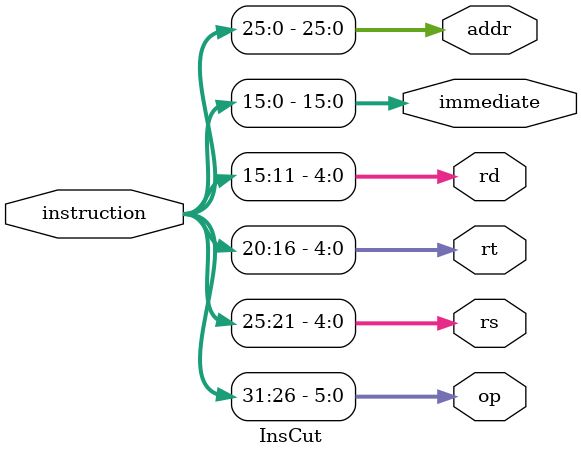
<source format=v>
`timescale 1ns / 1ps

module InsCut(
        input [31:0] instruction,
        output reg[5:0] op,
        output reg[4:0] rs,
        output reg[4:0] rt,
        output reg[4:0] rd,
        //output reg[4:0] sa,
        output reg[15:0] immediate,
        output reg[25:0] addr
    );
    initial begin
        op = 5'b00000;
        rs = 5'b00000;
        rt = 5'b00000;
        rd = 5'b00000;
    end
    always@(*) 
    begin
        op = instruction[31:26];
        rs = instruction[25:21];
        rt = instruction[20:16];
        rd = instruction[15:11];
        //sa = instruction[10:6];
        immediate = instruction[15:0];
        addr = instruction[25:0];
    end
endmodule
</source>
